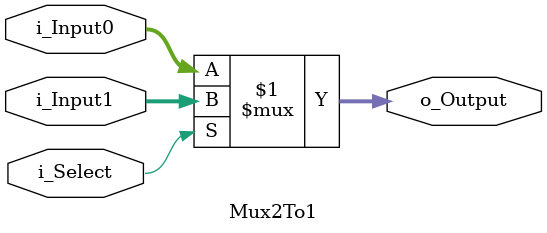
<source format=sv>
module Mux2To1
#(
    parameter WIDTH = 32)
(
    input  logic             i_Select,
    
    input  logic [WIDTH-1:0] i_Input0,
    input  logic [WIDTH-1:0] i_Input1,
    
    output logic [WIDTH-1:0] o_Output);

    assign o_Output = i_Select ? i_Input1 : i_Input0;

endmodule
</source>
